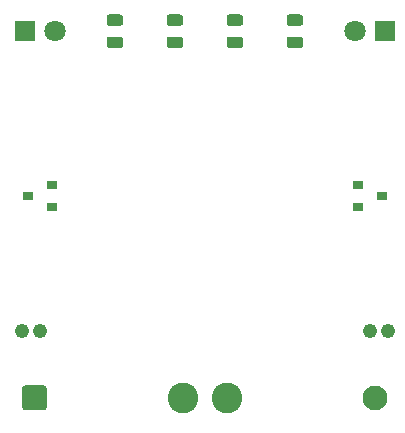
<source format=gbr>
%TF.GenerationSoftware,KiCad,Pcbnew,(5.1.7)-1*%
%TF.CreationDate,2021-04-21T21:28:38-05:00*%
%TF.ProjectId,blinky_kit_pcb,626c696e-6b79-45f6-9b69-745f7063622e,1.0*%
%TF.SameCoordinates,Original*%
%TF.FileFunction,Soldermask,Top*%
%TF.FilePolarity,Negative*%
%FSLAX46Y46*%
G04 Gerber Fmt 4.6, Leading zero omitted, Abs format (unit mm)*
G04 Created by KiCad (PCBNEW (5.1.7)-1) date 2021-04-21 21:28:38*
%MOMM*%
%LPD*%
G01*
G04 APERTURE LIST*
%ADD10C,2.600000*%
%ADD11C,2.100000*%
%ADD12C,1.219200*%
%ADD13R,1.800000X1.800000*%
%ADD14C,1.800000*%
%ADD15R,0.900000X0.800000*%
G04 APERTURE END LIST*
D10*
%TO.C,J1*%
X142802800Y-114858800D03*
X139142800Y-114858800D03*
D11*
X155402800Y-114858800D03*
G36*
G01*
X127342800Y-115908800D02*
X125742800Y-115908800D01*
G75*
G02*
X125492800Y-115658800I0J250000D01*
G01*
X125492800Y-114058800D01*
G75*
G02*
X125742800Y-113808800I250000J0D01*
G01*
X127342800Y-113808800D01*
G75*
G02*
X127592800Y-114058800I0J-250000D01*
G01*
X127592800Y-115658800D01*
G75*
G02*
X127342800Y-115908800I-250000J0D01*
G01*
G37*
%TD*%
D12*
%TO.C,C1*%
X125500000Y-109220000D03*
X127000000Y-109220000D03*
%TD*%
%TO.C,C2*%
X154940000Y-109220000D03*
X156440000Y-109220000D03*
%TD*%
D13*
%TO.C,D1*%
X156210000Y-83820000D03*
D14*
X153670000Y-83820000D03*
%TD*%
%TO.C,D2*%
X128270000Y-83820000D03*
D13*
X125730000Y-83820000D03*
%TD*%
D15*
%TO.C,Q1*%
X128000000Y-98740000D03*
X128000000Y-96840000D03*
X126000000Y-97790000D03*
%TD*%
%TO.C,Q2*%
X155940000Y-97790000D03*
X153940000Y-98740000D03*
X153940000Y-96840000D03*
%TD*%
%TO.C,R1*%
G36*
G01*
X137973750Y-84270000D02*
X138886250Y-84270000D01*
G75*
G02*
X139130000Y-84513750I0J-243750D01*
G01*
X139130000Y-85001250D01*
G75*
G02*
X138886250Y-85245000I-243750J0D01*
G01*
X137973750Y-85245000D01*
G75*
G02*
X137730000Y-85001250I0J243750D01*
G01*
X137730000Y-84513750D01*
G75*
G02*
X137973750Y-84270000I243750J0D01*
G01*
G37*
G36*
G01*
X137973750Y-82395000D02*
X138886250Y-82395000D01*
G75*
G02*
X139130000Y-82638750I0J-243750D01*
G01*
X139130000Y-83126250D01*
G75*
G02*
X138886250Y-83370000I-243750J0D01*
G01*
X137973750Y-83370000D01*
G75*
G02*
X137730000Y-83126250I0J243750D01*
G01*
X137730000Y-82638750D01*
G75*
G02*
X137973750Y-82395000I243750J0D01*
G01*
G37*
%TD*%
%TO.C,R2*%
G36*
G01*
X132893750Y-82395000D02*
X133806250Y-82395000D01*
G75*
G02*
X134050000Y-82638750I0J-243750D01*
G01*
X134050000Y-83126250D01*
G75*
G02*
X133806250Y-83370000I-243750J0D01*
G01*
X132893750Y-83370000D01*
G75*
G02*
X132650000Y-83126250I0J243750D01*
G01*
X132650000Y-82638750D01*
G75*
G02*
X132893750Y-82395000I243750J0D01*
G01*
G37*
G36*
G01*
X132893750Y-84270000D02*
X133806250Y-84270000D01*
G75*
G02*
X134050000Y-84513750I0J-243750D01*
G01*
X134050000Y-85001250D01*
G75*
G02*
X133806250Y-85245000I-243750J0D01*
G01*
X132893750Y-85245000D01*
G75*
G02*
X132650000Y-85001250I0J243750D01*
G01*
X132650000Y-84513750D01*
G75*
G02*
X132893750Y-84270000I243750J0D01*
G01*
G37*
%TD*%
%TO.C,R3*%
G36*
G01*
X148133750Y-84270000D02*
X149046250Y-84270000D01*
G75*
G02*
X149290000Y-84513750I0J-243750D01*
G01*
X149290000Y-85001250D01*
G75*
G02*
X149046250Y-85245000I-243750J0D01*
G01*
X148133750Y-85245000D01*
G75*
G02*
X147890000Y-85001250I0J243750D01*
G01*
X147890000Y-84513750D01*
G75*
G02*
X148133750Y-84270000I243750J0D01*
G01*
G37*
G36*
G01*
X148133750Y-82395000D02*
X149046250Y-82395000D01*
G75*
G02*
X149290000Y-82638750I0J-243750D01*
G01*
X149290000Y-83126250D01*
G75*
G02*
X149046250Y-83370000I-243750J0D01*
G01*
X148133750Y-83370000D01*
G75*
G02*
X147890000Y-83126250I0J243750D01*
G01*
X147890000Y-82638750D01*
G75*
G02*
X148133750Y-82395000I243750J0D01*
G01*
G37*
%TD*%
%TO.C,R4*%
G36*
G01*
X143053750Y-82395000D02*
X143966250Y-82395000D01*
G75*
G02*
X144210000Y-82638750I0J-243750D01*
G01*
X144210000Y-83126250D01*
G75*
G02*
X143966250Y-83370000I-243750J0D01*
G01*
X143053750Y-83370000D01*
G75*
G02*
X142810000Y-83126250I0J243750D01*
G01*
X142810000Y-82638750D01*
G75*
G02*
X143053750Y-82395000I243750J0D01*
G01*
G37*
G36*
G01*
X143053750Y-84270000D02*
X143966250Y-84270000D01*
G75*
G02*
X144210000Y-84513750I0J-243750D01*
G01*
X144210000Y-85001250D01*
G75*
G02*
X143966250Y-85245000I-243750J0D01*
G01*
X143053750Y-85245000D01*
G75*
G02*
X142810000Y-85001250I0J243750D01*
G01*
X142810000Y-84513750D01*
G75*
G02*
X143053750Y-84270000I243750J0D01*
G01*
G37*
%TD*%
M02*

</source>
